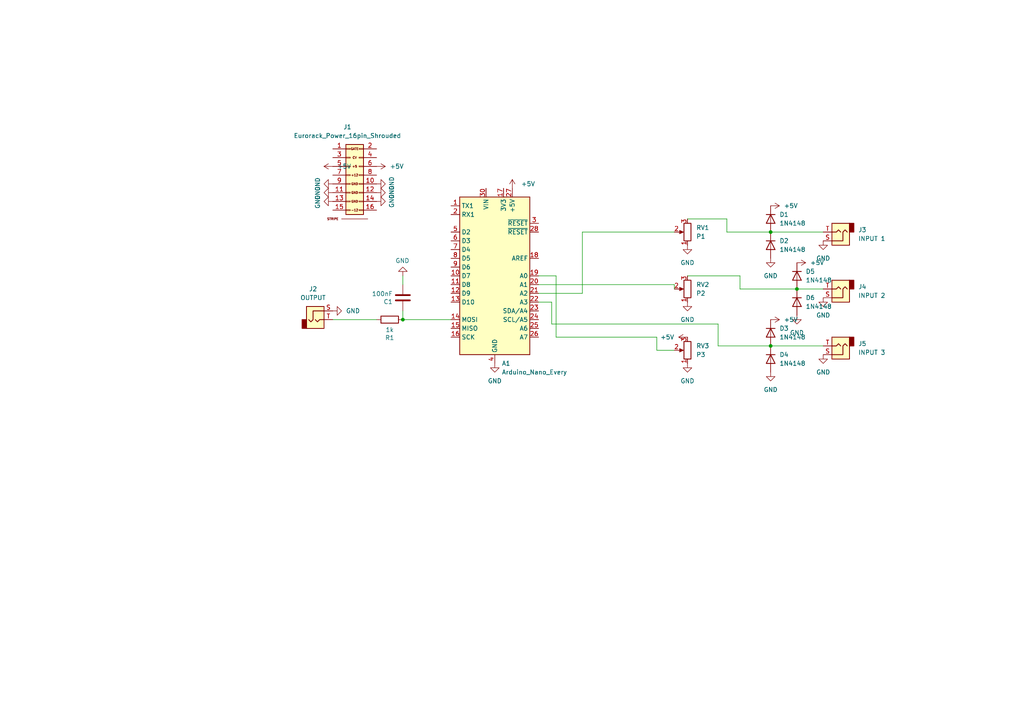
<source format=kicad_sch>
(kicad_sch (version 20211123) (generator eeschema)
  (paper "A4")
  (lib_symbols
    (symbol "Connector:AudioJack2"
      (property "Reference" "J" (at 0 8.89 0))
      (property "Value" "AudioJack2" (at 0 6.35 0))
      (symbol "AudioJack2_0_1"
        (rectangle (start -3.81 0) (end -2.54 -2.54) (stroke (width 0.254)) (fill (type outline)))
        (rectangle (start -2.54 3.81) (end 2.54 -2.54) (stroke (width 0.254)) (fill (type background)))
        (polyline (pts (xy 0 0) (xy 0.635 -0.635) (xy 1.27 0) (xy 2.54 0)) (stroke (width 0.254)))
        (polyline (pts (xy 2.54 2.54) (xy -0.635 2.54) (xy -0.635 0) (xy -1.27 -0.635) (xy -1.905 0)) (stroke (width 0.254)))
      )
      (symbol "AudioJack2_1_1"
        (pin passive line (at 5.08 2.54 180) (length 2.54) (name "~") (number "S"))
        (pin passive line (at 5.08 0 180) (length 2.54) (name "~") (number "T"))
      )
    )
    (symbol "Device:C" (pin_numbers hide) (pin_names (offset 0.254))
      (property "Reference" "C" (at 0.635 2.54 0))
      (property "Value" "C" (at 0.635 -2.54 0))
      (symbol "C_0_1"
        (polyline (pts (xy -2.032 -0.762) (xy 2.032 -0.762)) (stroke (width 0.508)))
        (polyline (pts (xy -2.032 0.762) (xy 2.032 0.762)) (stroke (width 0.508)))
      )
      (symbol "C_1_1"
        (pin passive line (at 0 3.81 270) (length 2.794) (name "~") (number "1"))
        (pin passive line (at 0 -3.81 90) (length 2.794) (name "~") (number "2"))
      )
    )
    (symbol "Device:R" (pin_numbers hide) (pin_names (offset 0))
      (property "Reference" "R" (at 2.032 0 90))
      (property "Value" "R" (at 0 0 90))
      (symbol "R_0_1"
        (rectangle (start -1.016 -2.54) (end 1.016 2.54) (stroke (width 0.254)))
      )
      (symbol "R_1_1"
        (pin passive line (at 0 3.81 270) (length 1.27) (name "~") (number "1"))
        (pin passive line (at 0 -3.81 90) (length 1.27) (name "~") (number "2"))
      )
    )
    (symbol "Device:R_Potentiometer" (pin_names (offset 1.016) hide)
      (property "Reference" "RV" (at -4.445 0 90))
      (property "Value" "R_Potentiometer" (at -2.54 0 90))
      (symbol "R_Potentiometer_0_1"
        (polyline (pts (xy 2.54 0) (xy 1.524 0)))
        (polyline (pts (xy 1.143 0) (xy 2.286 0.508) (xy 2.286 -0.508) (xy 1.143 0)) (fill (type outline)))
        (rectangle (start 1.016 2.54) (end -1.016 -2.54) (stroke (width 0.254)))
      )
      (symbol "R_Potentiometer_1_1"
        (pin passive line (at 0 3.81 270) (length 1.27) (name "1") (number "1"))
        (pin passive line (at 3.81 0 180) (length 1.27) (name "2") (number "2"))
        (pin passive line (at 0 -3.81 90) (length 1.27) (name "3") (number "3"))
      )
    )
    (symbol "Diode:1N4148" (pin_numbers hide) (pin_names hide)
      (property "Reference" "D" (at 0 2.54 0))
      (property "Value" "1N4148" (at 0 -2.54 0))
      (symbol "1N4148_0_1"
        (polyline (pts (xy -1.27 1.27) (xy -1.27 -1.27)) (stroke (width 0.254)))
        (polyline (pts (xy 1.27 0) (xy -1.27 0)))
        (polyline (pts (xy 1.27 1.27) (xy 1.27 -1.27) (xy -1.27 0) (xy 1.27 1.27)) (stroke (width 0.254)))
      )
      (symbol "1N4148_1_1"
        (pin passive line (at -3.81 0 0) (length 2.54) (name "K") (number "1"))
        (pin passive line (at 3.81 0 180) (length 2.54) (name "A") (number "2"))
      )
    )
    (symbol "MCU_Module:Arduino_Nano_Every"
      (property "Reference" "A" (at -10.16 23.495 0))
      (property "Value" "Arduino_Nano_Every" (at 5.08 -24.13 0))
      (symbol "Arduino_Nano_Every_0_1"
        (rectangle (start -10.16 22.86) (end 10.16 -22.86) (stroke (width 0.254)) (fill (type background)))
      )
      (symbol "Arduino_Nano_Every_1_1"
        (pin bidirectional line (at -12.7 20.32 0) (length 2.54) (name "TX1") (number "1"))
        (pin bidirectional line (at -12.7 0 0) (length 2.54) (name "D7") (number "10"))
        (pin bidirectional line (at -12.7 -2.54 0) (length 2.54) (name "D8") (number "11"))
        (pin bidirectional line (at -12.7 -5.08 0) (length 2.54) (name "D9") (number "12"))
        (pin bidirectional line (at -12.7 -7.62 0) (length 2.54) (name "D10") (number "13"))
        (pin bidirectional line (at -12.7 -12.7 0) (length 2.54) (name "MOSI") (number "14"))
        (pin bidirectional line (at -12.7 -15.24 0) (length 2.54) (name "MISO") (number "15"))
        (pin bidirectional line (at -12.7 -17.78 0) (length 2.54) (name "SCK") (number "16"))
        (pin power_out line (at 2.54 25.4 270) (length 2.54) (name "3V3") (number "17"))
        (pin input line (at 12.7 5.08 180) (length 2.54) (name "AREF") (number "18"))
        (pin bidirectional line (at 12.7 0 180) (length 2.54) (name "A0") (number "19"))
        (pin bidirectional line (at -12.7 17.78 0) (length 2.54) (name "RX1") (number "2"))
        (pin bidirectional line (at 12.7 -2.54 180) (length 2.54) (name "A1") (number "20"))
        (pin bidirectional line (at 12.7 -5.08 180) (length 2.54) (name "A2") (number "21"))
        (pin bidirectional line (at 12.7 -7.62 180) (length 2.54) (name "A3") (number "22"))
        (pin bidirectional line (at 12.7 -10.16 180) (length 2.54) (name "SDA/A4") (number "23"))
        (pin bidirectional line (at 12.7 -12.7 180) (length 2.54) (name "SCL/A5") (number "24"))
        (pin bidirectional line (at 12.7 -15.24 180) (length 2.54) (name "A6") (number "25"))
        (pin bidirectional line (at 12.7 -17.78 180) (length 2.54) (name "A7") (number "26"))
        (pin power_out line (at 5.08 25.4 270) (length 2.54) (name "+5V") (number "27"))
        (pin input line (at 12.7 12.7 180) (length 2.54) (name "~{RESET}") (number "28"))
        (pin passive line (at 0 -25.4 90) (length 2.54) hide (name "GND") (number "29"))
        (pin input line (at 12.7 15.24 180) (length 2.54) (name "~{RESET}") (number "3"))
        (pin power_in line (at -2.54 25.4 270) (length 2.54) (name "VIN") (number "30"))
        (pin power_in line (at 0 -25.4 90) (length 2.54) (name "GND") (number "4"))
        (pin bidirectional line (at -12.7 12.7 0) (length 2.54) (name "D2") (number "5"))
        (pin bidirectional line (at -12.7 10.16 0) (length 2.54) (name "D3") (number "6"))
        (pin bidirectional line (at -12.7 7.62 0) (length 2.54) (name "D4") (number "7"))
        (pin bidirectional line (at -12.7 5.08 0) (length 2.54) (name "D5") (number "8"))
        (pin bidirectional line (at -12.7 2.54 0) (length 2.54) (name "D6") (number "9"))
      )
    )
    (symbol "eurorack_con:Eurorack_Power_16pin_Shrouded" (pin_names (offset 0.0254) hide)
      (property "Reference" "J" (at 0 11.43 0))
      (property "Value" "Eurorack_Power_16pin_Shrouded" (at 0 13.97 0))
      (symbol "Eurorack_Power_16pin_Shrouded_0_0"
        (text "+12" (at 0 1.27 0) (effects (font (size 0.635 0.635))))
        (text "+5" (at 0 3.81 0) (effects (font (size 0.635 0.635))))
        (text "-12" (at 0 -8.89 0) (effects (font (size 0.635 0.635))))
        (text "CV" (at 0 6.35 0) (effects (font (size 0.635 0.635))))
        (text "GATE" (at 0 8.89 0) (effects (font (size 0.635 0.635))))
        (text "GND" (at 0 -6.35 0) (effects (font (size 0.635 0.635))))
        (text "GND" (at 0 -3.81 0) (effects (font (size 0.635 0.635))))
        (text "GND" (at 0 -1.27 0) (effects (font (size 0.635 0.635))))
        (text "STRIPE" (at -6.35 -11.43 0) (effects (font (size 0.635 0.635))))
      )
      (symbol "Eurorack_Power_16pin_Shrouded_0_1"
        (rectangle (start -2.54 -8.763) (end -1.27 -9.017))
        (rectangle (start -2.54 -6.223) (end -1.27 -6.477))
        (rectangle (start -2.54 -3.683) (end -1.27 -3.937))
        (rectangle (start -2.54 -1.143) (end -1.27 -1.397))
        (rectangle (start -2.54 1.397) (end -1.27 1.143))
        (rectangle (start -2.54 3.937) (end -1.27 3.683))
        (rectangle (start -2.54 6.477) (end -1.27 6.223))
        (rectangle (start -2.54 9.017) (end -1.27 8.763))
        (rectangle (start -2.54 10.16) (end 2.54 -10.16) (stroke (width 0.254)) (fill (type background)))
        (polyline (pts (xy -3.81 -11.43) (xy 3.81 -11.43) (xy 1.27 -11.43)))
        (rectangle (start 1.27 -8.763) (end 2.54 -9.017))
        (rectangle (start 1.27 -6.223) (end 2.54 -6.477))
        (rectangle (start 1.27 -3.683) (end 2.54 -3.937))
        (rectangle (start 1.27 -1.143) (end 2.54 -1.397))
        (rectangle (start 1.27 1.397) (end 2.54 1.143))
        (rectangle (start 1.27 3.937) (end 2.54 3.683))
        (rectangle (start 1.27 6.477) (end 2.54 6.223))
        (rectangle (start 1.27 9.017) (end 2.54 8.763))
      )
      (symbol "Eurorack_Power_16pin_Shrouded_1_1"
        (pin passive line (at -6.35 8.89 0) (length 3.81) (name "P1") (number "1"))
        (pin passive line (at 6.35 -1.27 180) (length 3.81) (name "GND") (number "10"))
        (pin passive line (at -6.35 -3.81 0) (length 3.81) (name "GND") (number "11"))
        (pin passive line (at 6.35 -3.81 180) (length 3.81) (name "GND") (number "12"))
        (pin passive line (at -6.35 -6.35 0) (length 3.81) (name "-12") (number "13"))
        (pin passive line (at 6.35 -6.35 180) (length 3.81) (name "-12V") (number "14"))
        (pin passive line (at -6.35 -8.89 0) (length 3.81) (name "-12V") (number "15"))
        (pin passive line (at 6.35 -8.89 180) (length 3.81) (name "P16") (number "16"))
        (pin passive line (at 6.35 8.89 180) (length 3.81) (name "P2") (number "2"))
        (pin passive line (at -6.35 6.35 0) (length 3.81) (name "P3") (number "3"))
        (pin passive line (at 6.35 6.35 180) (length 3.81) (name "P4") (number "4"))
        (pin passive line (at -6.35 3.81 0) (length 3.81) (name "+12V") (number "5"))
        (pin passive line (at 6.35 3.81 180) (length 3.81) (name "P6") (number "6"))
        (pin passive line (at -6.35 1.27 0) (length 3.81) (name "12V") (number "7"))
        (pin passive line (at 6.35 1.27 180) (length 3.81) (name "+12V") (number "8"))
        (pin passive line (at -6.35 -1.27 0) (length 3.81) (name "GND") (number "9"))
      )
    )
    (symbol "power:+5V" (power) (pin_names (offset 0))
      (property "Value" "+5V" (at 0 3.556 0))
      (symbol "+5V_0_1"
        (polyline (pts (xy -0.762 1.27) (xy 0 2.54)))
        (polyline (pts (xy 0 0) (xy 0 2.54)))
        (polyline (pts (xy 0 2.54) (xy 0.762 1.27)))
      )
      (symbol "+5V_1_1"
        (pin power_in line (at 0 0 90) (length 0) hide (name "+5V") (number "1"))
      )
    )
    (symbol "power:GND" (power) (pin_names (offset 0))
      (property "Value" "GND" (at 0 -3.81 0))
      (symbol "GND_0_1"
        (polyline (pts (xy 0 0) (xy 0 -1.27) (xy 1.27 -1.27) (xy 0 -2.54) (xy -1.27 -1.27) (xy 0 -1.27)))
      )
      (symbol "GND_1_1"
        (pin power_in line (at 0 0 270) (length 0) hide (name "GND") (number "1"))
      )
    )
  )
  (junction (at 223.52 100.33))
  (junction (at 231.14 83.82))
  (junction (at 223.52 67.31))
  (junction (at 116.84 92.71))
  (wire (pts (xy 161.29 80.01) (xy 156.21 80.01)))
  (wire (pts (xy 214.63 80.01) (xy 214.63 83.82)))
  (wire (pts (xy 190.5 97.79) (xy 190.5 101.6)))
  (wire (pts (xy 109.22 92.71) (xy 96.52 92.71)))
  (wire (pts (xy 116.84 92.71) (xy 130.81 92.71)))
  (wire (pts (xy 168.91 67.31) (xy 168.91 85.09)))
  (wire (pts (xy 161.29 97.79) (xy 190.5 97.79)))
  (wire (pts (xy 208.28 93.98) (xy 160.02 93.98)))
  (wire (pts (xy 190.5 101.6) (xy 195.58 101.6)))
  (wire (pts (xy 168.91 85.09) (xy 156.21 85.09)))
  (wire (pts (xy 116.84 82.55) (xy 116.84 80.01)))
  (wire (pts (xy 195.58 82.55) (xy 195.58 83.82)))
  (wire (pts (xy 160.02 93.98) (xy 160.02 87.63)))
  (wire (pts (xy 116.84 90.17) (xy 116.84 92.71)))
  (wire (pts (xy 223.52 100.33) (xy 208.28 100.33)))
  (wire (pts (xy 214.63 83.82) (xy 231.14 83.82)))
  (wire (pts (xy 231.14 83.82) (xy 238.76 83.82)))
  (wire (pts (xy 208.28 100.33) (xy 208.28 93.98)))
  (wire (pts (xy 199.39 80.01) (xy 214.63 80.01)))
  (wire (pts (xy 238.76 100.33) (xy 223.52 100.33)))
  (wire (pts (xy 195.58 67.31) (xy 168.91 67.31)))
  (wire (pts (xy 210.82 63.5) (xy 199.39 63.5)))
  (wire (pts (xy 223.52 67.31) (xy 238.76 67.31)))
  (wire (pts (xy 160.02 87.63) (xy 156.21 87.63)))
  (wire (pts (xy 223.52 67.31) (xy 210.82 67.31)))
  (wire (pts (xy 210.82 67.31) (xy 210.82 63.5)))
  (wire (pts (xy 161.29 97.79) (xy 161.29 80.01)))
  (wire (pts (xy 156.21 82.55) (xy 195.58 82.55)))
  (symbol (lib_id "Diode:1N4148") (at 223.52 96.52 270) (unit 1)
    (property "Reference" "D3" (at 226.06 95.2499 90) (effects (justify left)))
    (property "Value" "1N4148" (at 226.06 97.7899 90) (effects (justify left)))
    (property "Footprint" "Diode_THT:D_DO-35_SOD27_P7.62mm_Horizontal" (effects hide))
    (property "Datasheet" "https://assets.nexperia.com/documents/data-sheet/1N4148_1N4448.pdf" (effects hide))
  )
  (symbol (lib_id "power:GND") (at 109.22 58.42 90) (unit 1)
    (property "Reference" "#PWR0124" (effects hide))
    (property "Value" "GND" (at 113.6142 58.293 0))
  )
  (symbol (lib_id "power:GND") (at 238.76 69.85 0) (unit 1)
    (property "Reference" "#PWR0101" (effects hide))
    (property "Value" "GND" (at 238.76 74.93 0))
  )
  (symbol (lib_id "power:GND") (at 238.76 102.87 0) (unit 1)
    (property "Reference" "#PWR0108" (effects hide))
    (property "Value" "GND" (at 238.76 107.95 0))
  )
  (symbol (lib_id "Diode:1N4148") (at 231.14 87.63 270) (unit 1)
    (property "Reference" "D6" (at 233.68 86.3599 90) (effects (justify left)))
    (property "Value" "1N4148" (at 233.68 88.8999 90) (effects (justify left)))
    (property "Footprint" "Diode_THT:D_DO-35_SOD27_P7.62mm_Horizontal" (effects hide))
    (property "Datasheet" "https://assets.nexperia.com/documents/data-sheet/1N4148_1N4448.pdf" (effects hide))
  )
  (symbol (lib_id "Connector:AudioJack2") (at 243.84 67.31 180) (unit 1)
    (property "Reference" "J3" (at 248.92 66.6749 0) (effects (justify right)))
    (property "Value" "INPUT 1" (at 248.92 69.2149 0) (effects (justify right)))
    (property "Footprint" "Connector_Audio:Jack_3.5mm_QingPu_WQP-PJ398SM_Vertical_CircularHoles" (effects hide))
  )
  (symbol (lib_id "Device:C") (at 116.84 86.36 180) (unit 1)
    (property "Reference" "C1" (at 113.919 87.5284 0) (effects (justify left)))
    (property "Value" "100nF" (at 113.919 85.217 0) (effects (justify left)))
    (property "Footprint" "Capacitor_THT:C_Disc_D5.0mm_W2.5mm_P5.00mm" (effects hide))
  )
  (symbol (lib_id "power:GND") (at 109.22 55.88 90) (unit 1)
    (property "Reference" "#PWR0122" (effects hide))
    (property "Value" "GND" (at 113.6142 55.753 0))
  )
  (symbol (lib_id "power:+5V") (at 96.52 48.26 90) (unit 1)
    (property "Reference" "#PWR0117" (effects hide))
    (property "Value" "+5V" (at 97.79 48.2599 90) (effects (justify right)))
  )
  (symbol (lib_id "power:GND") (at 96.52 53.34 270) (unit 1)
    (property "Reference" "#PWR0118" (effects hide))
    (property "Value" "GND" (at 92.1258 53.467 0))
  )
  (symbol (lib_id "power:GND") (at 199.39 105.41 0) (unit 1)
    (property "Reference" "#PWR0105" (effects hide))
    (property "Value" "GND" (at 199.39 110.49 0))
  )
  (symbol (lib_id "power:GND") (at 96.52 58.42 270) (unit 1)
    (property "Reference" "#PWR0120" (effects hide))
    (property "Value" "GND" (at 92.1258 58.547 0))
  )
  (symbol (lib_id "power:GND") (at 199.39 71.12 0) (unit 1)
    (property "Reference" "#PWR0104" (effects hide))
    (property "Value" "GND" (at 199.39 76.2 0))
  )
  (symbol (lib_id "Diode:1N4148") (at 223.52 104.14 270) (unit 1)
    (property "Reference" "D4" (at 226.06 102.8699 90) (effects (justify left)))
    (property "Value" "1N4148" (at 226.06 105.4099 90) (effects (justify left)))
    (property "Footprint" "Diode_THT:D_DO-35_SOD27_P7.62mm_Horizontal" (effects hide))
    (property "Datasheet" "https://assets.nexperia.com/documents/data-sheet/1N4148_1N4448.pdf" (effects hide))
  )
  (symbol (lib_id "power:+5V") (at 223.52 59.69 270) (unit 1)
    (property "Reference" "#PWR0113" (effects hide))
    (property "Value" "+5V" (at 227.33 59.6899 90) (effects (justify left)))
  )
  (symbol (lib_id "power:+5V") (at 231.14 76.2 270) (unit 1)
    (property "Reference" "#PWR0102" (effects hide))
    (property "Value" "+5V" (at 234.95 76.1999 90) (effects (justify left)))
  )
  (symbol (lib_id "power:+5V") (at 199.39 97.79 90) (unit 1)
    (property "Reference" "#PWR?" (effects hide))
    (property "Value" "+5V" (at 195.58 97.7899 90) (effects (justify left)))
  )
  (symbol (lib_id "Device:R_Potentiometer") (at 199.39 83.82 180) (unit 1)
    (property "Reference" "RV2" (at 201.93 82.5499 0) (effects (justify right)))
    (property "Value" "P2" (at 201.93 85.0899 0) (effects (justify right)))
    (property "Footprint" "Potentiometer_THT:Potentiometer_Alps_RK09K_Single_Vertical" (effects hide))
  )
  (symbol (lib_id "power:+5V") (at 148.59 54.61 0) (unit 1)
    (property "Reference" "#PWR0116" (effects hide))
    (property "Value" "+5V" (at 151.13 53.3399 0) (effects (justify left)))
  )
  (symbol (lib_id "Device:R_Potentiometer") (at 199.39 67.31 180) (unit 1)
    (property "Reference" "RV1" (at 201.93 66.0399 0) (effects (justify right)))
    (property "Value" "P1" (at 201.93 68.5799 0) (effects (justify right)))
    (property "Footprint" "Potentiometer_THT:Potentiometer_Alps_RK09K_Single_Vertical" (effects hide))
  )
  (symbol (lib_id "Connector:AudioJack2") (at 243.84 83.82 180) (unit 1)
    (property "Reference" "J4" (at 248.92 83.1849 0) (effects (justify right)))
    (property "Value" "INPUT 2" (at 248.92 85.7249 0) (effects (justify right)))
    (property "Footprint" "Connector_Audio:Jack_3.5mm_QingPu_WQP-PJ398SM_Vertical_CircularHoles" (effects hide))
  )
  (symbol (lib_id "Diode:1N4148") (at 231.14 80.01 270) (unit 1)
    (property "Reference" "D5" (at 233.68 78.7399 90) (effects (justify left)))
    (property "Value" "1N4148" (at 233.68 81.2799 90) (effects (justify left)))
    (property "Footprint" "Diode_THT:D_DO-35_SOD27_P7.62mm_Horizontal" (effects hide))
    (property "Datasheet" "https://assets.nexperia.com/documents/data-sheet/1N4148_1N4448.pdf" (effects hide))
  )
  (symbol (lib_id "Connector:AudioJack2") (at 91.44 92.71 0) (unit 1)
    (property "Reference" "J2" (at 90.805 83.82 0))
    (property "Value" "OUTPUT" (at 90.805 86.36 0))
    (property "Footprint" "Connector_Audio:Jack_3.5mm_QingPu_WQP-PJ398SM_Vertical_CircularHoles" (effects hide))
  )
  (symbol (lib_id "power:+5V") (at 109.22 48.26 270) (unit 1)
    (property "Reference" "#PWR0123" (effects hide))
    (property "Value" "+5V" (at 113.03 48.2599 90) (effects (justify left)))
  )
  (symbol (lib_id "power:GND") (at 96.52 55.88 270) (unit 1)
    (property "Reference" "#PWR0119" (effects hide))
    (property "Value" "GND" (at 92.1258 56.007 0))
  )
  (symbol (lib_id "power:GND") (at 96.52 90.17 90) (unit 1)
    (property "Reference" "#PWR0121" (effects hide))
    (property "Value" "GND" (at 100.33 90.1699 90) (effects (justify right)))
  )
  (symbol (lib_id "power:GND") (at 143.51 105.41 0) (unit 1)
    (property "Reference" "#PWR0115" (effects hide))
    (property "Value" "GND" (at 143.51 110.49 0))
  )
  (symbol (lib_id "power:GND") (at 199.39 87.63 0) (unit 1)
    (property "Reference" "#PWR0112" (effects hide))
    (property "Value" "GND" (at 199.39 92.71 0))
  )
  (symbol (lib_id "Diode:1N4148") (at 223.52 63.5 270) (unit 1)
    (property "Reference" "D1" (at 226.06 62.2299 90) (effects (justify left)))
    (property "Value" "1N4148" (at 226.06 64.7699 90) (effects (justify left)))
    (property "Footprint" "Diode_THT:D_DO-35_SOD27_P7.62mm_Horizontal" (effects hide))
    (property "Datasheet" "https://assets.nexperia.com/documents/data-sheet/1N4148_1N4448.pdf" (effects hide))
  )
  (symbol (lib_id "Device:R") (at 113.03 92.71 90) (unit 1)
    (property "Reference" "R1" (at 113.03 97.9678 90))
    (property "Value" "1k" (at 113.03 95.6564 90))
    (property "Footprint" "Resistor_THT:R_Axial_DIN0204_L3.6mm_D1.6mm_P7.62mm_Horizontal" (effects hide))
  )
  (symbol (lib_id "MCU_Module:Arduino_Nano_Every") (at 143.51 80.01 0) (unit 1)
    (property "Reference" "A1" (at 145.5294 105.41 0) (effects (justify left)))
    (property "Value" "Arduino_Nano_Every" (at 145.5294 107.95 0) (effects (justify left)))
    (property "Footprint" "Module:Arduino_Nano" (effects hide))
    (property "Datasheet" "https://content.arduino.cc/assets/NANOEveryV3.0_sch.pdf" (effects hide))
  )
  (symbol (lib_id "eurorack_con:Eurorack_Power_16pin_Shrouded") (at 102.87 52.07 0) (unit 1)
    (property "Reference" "J1" (at 100.7713 36.83 0))
    (property "Value" "Eurorack_Power_16pin_Shrouded" (at 100.7713 39.37 0))
    (property "Footprint" "4ms_Connector:Pins_2x08_2.54mm_TH_EuroPower_Shrouded" (effects hide))
    (property "Specifications" "Header, Male Pins, 2*8, spacing 2.54mm, straight pin, shrouded and keyed" (effects hide))
    (property "Manufacturer" "Cixi LanLing" (effects hide))
    (property "Part Number" "LL1007-1 (2*8 HITEMP)" (effects hide))
  )
  (symbol (lib_id "power:GND") (at 238.76 86.36 0) (unit 1)
    (property "Reference" "#PWR0107" (effects hide))
    (property "Value" "GND" (at 238.76 91.44 0))
  )
  (symbol (lib_id "Connector:AudioJack2") (at 243.84 100.33 180) (unit 1)
    (property "Reference" "J5" (at 248.92 99.6949 0) (effects (justify right)))
    (property "Value" "INPUT 3" (at 248.92 102.2349 0) (effects (justify right)))
    (property "Footprint" "Connector_Audio:Jack_3.5mm_QingPu_WQP-PJ398SM_Vertical_CircularHoles" (effects hide))
  )
  (symbol (lib_id "power:GND") (at 223.52 107.95 0) (unit 1)
    (property "Reference" "#PWR0106" (effects hide))
    (property "Value" "GND" (at 223.52 113.03 0))
  )
  (symbol (lib_id "power:+5V") (at 223.52 92.71 270) (unit 1)
    (property "Reference" "#PWR0109" (effects hide))
    (property "Value" "+5V" (at 227.33 92.7099 90) (effects (justify left)))
  )
  (symbol (lib_id "power:GND") (at 223.52 74.93 0) (unit 1)
    (property "Reference" "#PWR0103" (effects hide))
    (property "Value" "GND" (at 223.52 80.01 0))
  )
  (symbol (lib_id "power:GND") (at 109.22 53.34 90) (unit 1)
    (property "Reference" "#PWR0125" (effects hide))
    (property "Value" "GND" (at 113.6142 53.213 0))
  )
  (symbol (lib_id "Device:R_Potentiometer") (at 199.39 101.6 180) (unit 1)
    (property "Reference" "RV3" (at 201.93 100.3299 0) (effects (justify right)))
    (property "Value" "P3" (at 201.93 102.8699 0) (effects (justify right)))
    (property "Footprint" "Potentiometer_THT:Potentiometer_Alps_RK09K_Single_Vertical" (effects hide))
  )
  (symbol (lib_id "power:GND") (at 116.84 80.01 180) (unit 1)
    (property "Reference" "#PWR0114" (effects hide))
    (property "Value" "GND" (at 116.713 75.6158 0))
  )
  (symbol (lib_id "Diode:1N4148") (at 223.52 71.12 270) (unit 1)
    (property "Reference" "D2" (at 226.06 69.8499 90) (effects (justify left)))
    (property "Value" "1N4148" (at 226.06 72.3899 90) (effects (justify left)))
    (property "Footprint" "Diode_THT:D_DO-35_SOD27_P7.62mm_Horizontal" (effects hide))
    (property "Datasheet" "https://assets.nexperia.com/documents/data-sheet/1N4148_1N4448.pdf" (effects hide))
  )
  (symbol (lib_id "power:GND") (at 231.14 91.44 0) (unit 1)
    (property "Reference" "#PWR0110" (effects hide))
    (property "Value" "GND" (at 231.14 96.52 0))
  )
)
</source>
